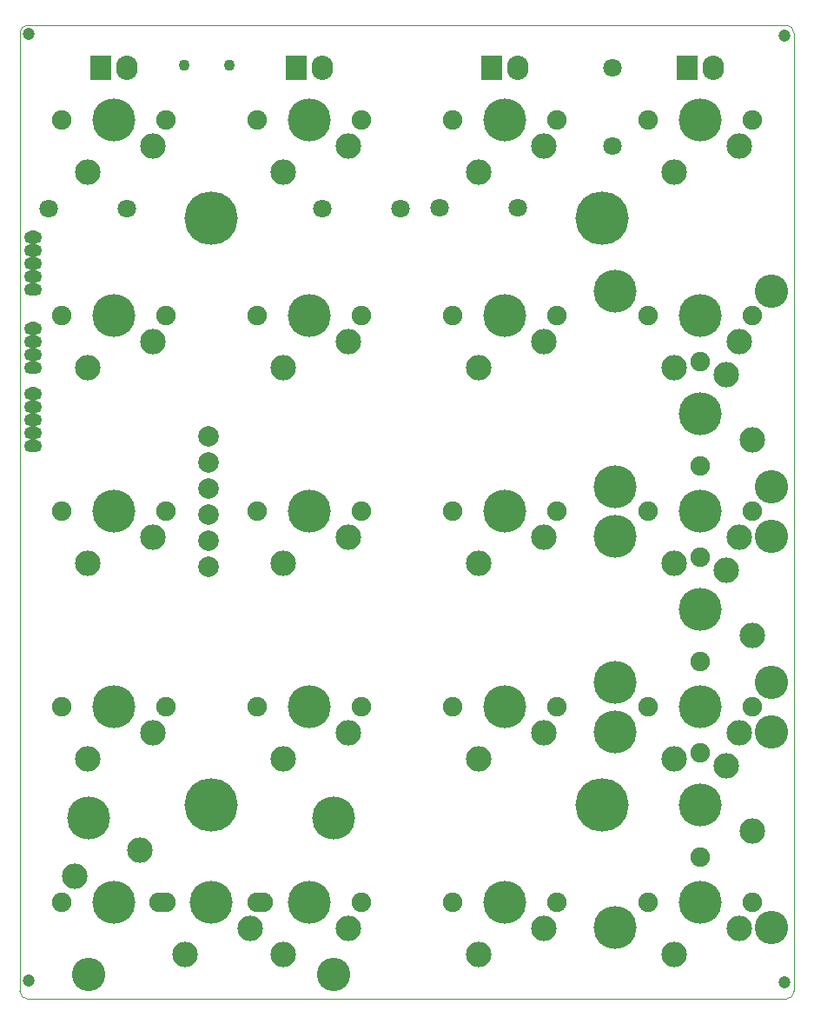
<source format=gts>
G04 (created by PCBNEW (2013-02-13 BZR 3947)-testing) date 12/17/2013 3:58:49 PM*
%MOIN*%
G04 Gerber Fmt 3.4, Leading zero omitted, Abs format*
%FSLAX34Y34*%
G01*
G70*
G90*
G04 APERTURE LIST*
%ADD10C,0*%
%ADD11C,0.00390157*%
%ADD12C,0.098*%
%ADD13C,0.165*%
%ADD14C,0.075*%
%ADD15C,0.0788661*%
%ADD16C,0.0709921*%
%ADD17O,0.083X0.093*%
%ADD18R,0.083X0.093*%
%ADD19C,0.128*%
%ADD20C,0.0473701*%
%ADD21O,0.068X0.05*%
%ADD22C,0.0434331*%
%ADD23C,0.2049*%
G04 APERTURE END LIST*
G54D10*
G54D11*
X1Y-37022D02*
X1Y-272D01*
X29701Y-272D02*
X29701Y-37022D01*
X301Y-37322D02*
X29401Y-37322D01*
X1Y-37022D02*
G75*
G03X301Y-37322I299J0D01*
G74*
G01*
X29401Y-37322D02*
G75*
G03X29701Y-37022I0J300D01*
G74*
G01*
X301Y27D02*
G75*
G03X1Y-272I0J-300D01*
G74*
G01*
X29401Y27D02*
X301Y27D01*
X29701Y-272D02*
G75*
G03X29401Y27I-300J0D01*
G74*
G01*
G54D12*
X25101Y-35622D03*
X27601Y-34622D03*
G54D13*
X26101Y-33622D03*
G54D14*
X28101Y-33622D03*
X24101Y-33622D03*
G54D15*
X7225Y-16746D03*
X7225Y-18746D03*
X7225Y-20746D03*
X7225Y-17746D03*
X7225Y-19746D03*
X7225Y-15746D03*
G54D16*
X4101Y-7021D03*
X1101Y-7021D03*
G54D12*
X17601Y-28120D03*
X20101Y-27120D03*
G54D13*
X18601Y-26120D03*
G54D14*
X20601Y-26120D03*
X16601Y-26120D03*
G54D12*
X17601Y-13121D03*
X20101Y-12121D03*
G54D13*
X18601Y-11121D03*
G54D14*
X20601Y-11121D03*
X16601Y-11121D03*
G54D12*
X25101Y-5622D03*
X27601Y-4622D03*
G54D13*
X26101Y-3622D03*
G54D14*
X28101Y-3622D03*
X24101Y-3622D03*
G54D12*
X17601Y-5622D03*
X20101Y-4622D03*
G54D13*
X18601Y-3622D03*
G54D14*
X20601Y-3622D03*
X16601Y-3622D03*
G54D12*
X17601Y-20620D03*
X20101Y-19620D03*
G54D13*
X18601Y-18620D03*
G54D14*
X20601Y-18620D03*
X16601Y-18620D03*
G54D17*
X26601Y-1621D03*
G54D18*
X25601Y-1621D03*
G54D17*
X4101Y-1621D03*
G54D18*
X3101Y-1621D03*
G54D12*
X2601Y-5621D03*
X5101Y-4621D03*
G54D13*
X3601Y-3621D03*
G54D14*
X5601Y-3621D03*
X1601Y-3621D03*
G54D12*
X2601Y-28120D03*
X5101Y-27120D03*
G54D13*
X3601Y-26120D03*
G54D14*
X5601Y-26120D03*
X1601Y-26120D03*
G54D12*
X10101Y-28120D03*
X12601Y-27120D03*
G54D13*
X11101Y-26120D03*
G54D14*
X13101Y-26120D03*
X9101Y-26120D03*
G54D12*
X10101Y-35620D03*
X12601Y-34620D03*
G54D13*
X11101Y-33620D03*
G54D14*
X13101Y-33620D03*
X9101Y-33620D03*
G54D12*
X17601Y-35620D03*
X20101Y-34620D03*
G54D13*
X18601Y-33620D03*
G54D14*
X20601Y-33620D03*
X16601Y-33620D03*
G54D12*
X4601Y-31620D03*
X2101Y-32620D03*
G54D13*
X3601Y-33620D03*
G54D14*
X1601Y-33620D03*
X5601Y-33620D03*
G54D12*
X10101Y-20620D03*
X12601Y-19620D03*
G54D13*
X11101Y-18620D03*
G54D14*
X13101Y-18620D03*
X9101Y-18620D03*
G54D12*
X2601Y-20620D03*
X5101Y-19620D03*
G54D13*
X3601Y-18620D03*
G54D14*
X5601Y-18620D03*
X1601Y-18620D03*
G54D12*
X10101Y-13121D03*
X12601Y-12121D03*
G54D13*
X11101Y-11121D03*
G54D14*
X13101Y-11121D03*
X9101Y-11121D03*
G54D12*
X25101Y-28122D03*
X27601Y-27122D03*
G54D13*
X26101Y-26122D03*
G54D14*
X28101Y-26122D03*
X24101Y-26122D03*
G54D12*
X2601Y-13121D03*
X5101Y-12121D03*
G54D13*
X3601Y-11121D03*
G54D14*
X5601Y-11121D03*
X1601Y-11121D03*
G54D12*
X10101Y-5621D03*
X12601Y-4621D03*
G54D13*
X11101Y-3621D03*
G54D14*
X13101Y-3621D03*
X9101Y-3621D03*
G54D16*
X22751Y-1621D03*
X22751Y-4621D03*
X14601Y-7021D03*
X11601Y-7021D03*
X16101Y-6971D03*
X19101Y-6971D03*
G54D17*
X11601Y-1621D03*
G54D18*
X10601Y-1621D03*
G54D17*
X19101Y-1621D03*
G54D18*
X18101Y-1621D03*
G54D12*
X6351Y-35622D03*
X8851Y-34622D03*
G54D13*
X7351Y-33622D03*
G54D14*
X9351Y-33622D03*
X5351Y-33622D03*
G54D19*
X12051Y-36372D03*
X2651Y-36372D03*
G54D13*
X12051Y-30372D03*
X2651Y-30372D03*
G54D12*
X28101Y-30872D03*
X27101Y-28372D03*
G54D13*
X26101Y-29872D03*
G54D14*
X26101Y-27872D03*
X26101Y-31872D03*
G54D19*
X28851Y-25172D03*
X28851Y-34572D03*
G54D13*
X22851Y-25172D03*
X22851Y-34572D03*
G54D12*
X28101Y-15872D03*
X27101Y-13372D03*
G54D13*
X26101Y-14872D03*
G54D14*
X26101Y-12872D03*
X26101Y-16872D03*
G54D19*
X28851Y-10172D03*
X28851Y-19572D03*
G54D13*
X22851Y-10172D03*
X22851Y-19572D03*
G54D12*
X25101Y-13122D03*
X27601Y-12122D03*
G54D13*
X26101Y-11122D03*
G54D14*
X28101Y-11122D03*
X24101Y-11122D03*
G54D12*
X25101Y-20622D03*
X27601Y-19622D03*
G54D13*
X26101Y-18622D03*
G54D14*
X28101Y-18622D03*
X24101Y-18622D03*
G54D12*
X28101Y-23372D03*
X27101Y-20872D03*
G54D13*
X26101Y-22372D03*
G54D14*
X26101Y-20372D03*
X26101Y-24372D03*
G54D19*
X28851Y-17672D03*
X28851Y-27072D03*
G54D13*
X22851Y-17672D03*
X22851Y-27072D03*
G54D20*
X352Y-36620D03*
X29351Y-371D03*
X29352Y-36670D03*
X351Y-322D03*
G54D21*
X502Y-8121D03*
X502Y-8621D03*
X502Y-9121D03*
X502Y-9621D03*
X502Y-10121D03*
X502Y-11621D03*
X502Y-12121D03*
X502Y-12621D03*
X502Y-13121D03*
X502Y-15120D03*
X502Y-14620D03*
X502Y-14120D03*
X502Y-15620D03*
X502Y-16120D03*
G54D22*
X6299Y-1523D03*
X8031Y-1523D03*
G54D23*
X7351Y-29870D03*
X22351Y-29870D03*
X7351Y-7371D03*
X22351Y-7371D03*
M02*

</source>
